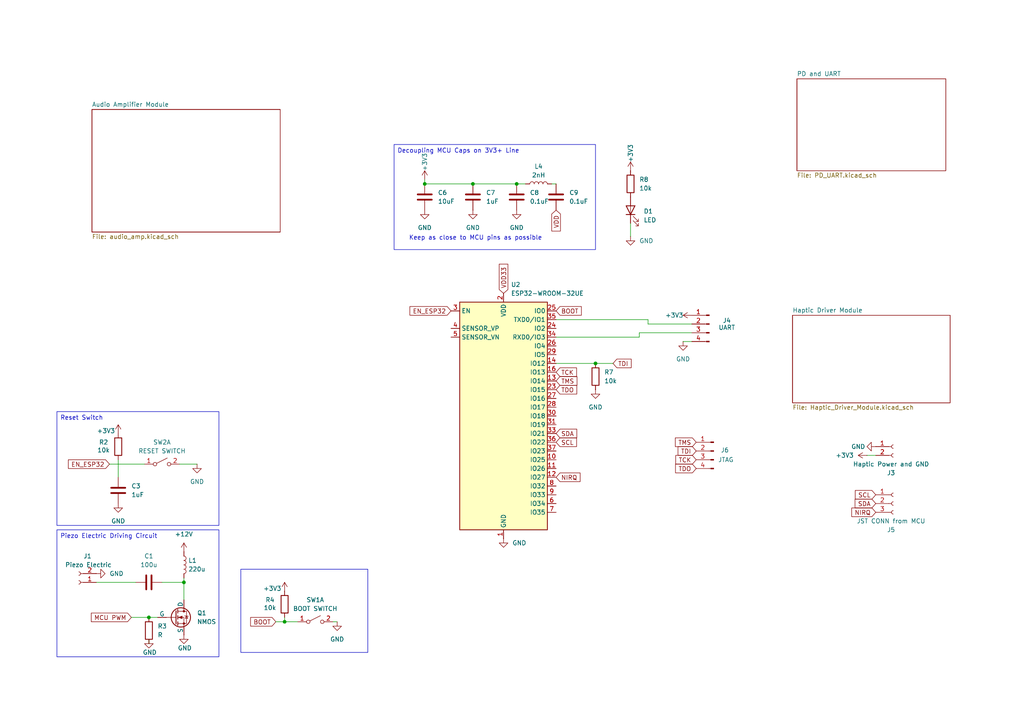
<source format=kicad_sch>
(kicad_sch (version 20250114) (generator "eeschema") (generator_version "9.0")
  (paper "A4")
  (title_block (title "AI Deputy") (date "2025-09-24") (rev "v0.1") (company "Area 42 & Albers-Online Psykologi") (comment 1 "SDU") (comment 2 "Expert In Teams Semester Project"))
  (lib_symbols
    (symbol "Connector:Conn_01x02_Socket" (pin_names (offset 1.016) (hide yes))
      (property "Reference" "J" (at 0 2.54 0))
      (property "Value" "Conn_01x02_Socket" (at 0 -5.08 0))
      (symbol "Conn_01x02_Socket_1_1"
        (polyline (pts (xy -1.27 0) (xy -0.508 0)) (stroke (width 0.1524)))
        (polyline (pts (xy -1.27 -2.54) (xy -0.508 -2.54)) (stroke (width 0.1524)))
        (arc (start 0 -0.508) (mid -0.5058 0) (end 0 0.508) (stroke (width 0.1524)))
        (arc (start 0 -3.048) (mid -0.5058 -2.54) (end 0 -2.032) (stroke (width 0.1524)))
        (pin passive line (at -5.08 0 0) (length 3.81) (name "Pin_1") (number "1"))
        (pin passive line (at -5.08 -2.54 0) (length 3.81) (name "Pin_2") (number "2"))
      )
    )
    (symbol "Connector:Conn_01x03_Socket" (pin_names (offset 1.016) (hide yes))
      (property "Reference" "J" (at 0 5.08 0))
      (property "Value" "Conn_01x03_Socket" (at 0 -5.08 0))
      (symbol "Conn_01x03_Socket_1_1"
        (polyline (pts (xy -1.27 2.54) (xy -0.508 2.54)) (stroke (width 0.1524)))
        (polyline (pts (xy -1.27 0) (xy -0.508 0)) (stroke (width 0.1524)))
        (polyline (pts (xy -1.27 -2.54) (xy -0.508 -2.54)) (stroke (width 0.1524)))
        (arc (start 0 2.032) (mid -0.5058 2.54) (end 0 3.048) (stroke (width 0.1524)))
        (arc (start 0 -0.508) (mid -0.5058 0) (end 0 0.508) (stroke (width 0.1524)))
        (arc (start 0 -3.048) (mid -0.5058 -2.54) (end 0 -2.032) (stroke (width 0.1524)))
        (pin passive line (at -5.08 2.54 0) (length 3.81) (name "Pin_1") (number "1"))
        (pin passive line (at -5.08 0 0) (length 3.81) (name "Pin_2") (number "2"))
        (pin passive line (at -5.08 -2.54 0) (length 3.81) (name "Pin_3") (number "3"))
      )
    )
    (symbol "Connector:Conn_01x04_Pin" (pin_names (offset 1.016) (hide yes))
      (property "Reference" "J" (at 0 5.08 0))
      (property "Value" "Conn_01x04_Pin" (at 0 -7.62 0))
      (symbol "Conn_01x04_Pin_1_1"
        (rectangle (start 0.8636 2.667) (end 0 2.413) (stroke (width 0.1524)) (fill (type outline)))
        (rectangle (start 0.8636 0.127) (end 0 -0.127) (stroke (width 0.1524)) (fill (type outline)))
        (rectangle (start 0.8636 -2.413) (end 0 -2.667) (stroke (width 0.1524)) (fill (type outline)))
        (rectangle (start 0.8636 -4.953) (end 0 -5.207) (stroke (width 0.1524)) (fill (type outline)))
        (polyline (pts (xy 1.27 2.54) (xy 0.8636 2.54)) (stroke (width 0.1524)))
        (polyline (pts (xy 1.27 0) (xy 0.8636 0)) (stroke (width 0.1524)))
        (polyline (pts (xy 1.27 -2.54) (xy 0.8636 -2.54)) (stroke (width 0.1524)))
        (polyline (pts (xy 1.27 -5.08) (xy 0.8636 -5.08)) (stroke (width 0.1524)))
        (pin passive line (at 5.08 2.54 180) (length 3.81) (name "Pin_1") (number "1"))
        (pin passive line (at 5.08 0 180) (length 3.81) (name "Pin_2") (number "2"))
        (pin passive line (at 5.08 -2.54 180) (length 3.81) (name "Pin_3") (number "3"))
        (pin passive line (at 5.08 -5.08 180) (length 3.81) (name "Pin_4") (number "4"))
      )
    )
    (symbol "Device:C" (pin_numbers (hide yes)) (pin_names (offset 0.254))
      (property "Reference" "C" (at 0.635 2.54 0))
      (property "Value" "C" (at 0.635 -2.54 0))
      (symbol "C_0_1"
        (polyline (pts (xy -2.032 0.762) (xy 2.032 0.762)) (stroke (width 0.508)))
        (polyline (pts (xy -2.032 -0.762) (xy 2.032 -0.762)) (stroke (width 0.508)))
      )
      (symbol "C_1_1"
        (pin passive line (at 0 3.81 270) (length 2.794) (name "~") (number "1"))
        (pin passive line (at 0 -3.81 90) (length 2.794) (name "~") (number "2"))
      )
    )
    (symbol "Device:L" (pin_numbers (hide yes)) (pin_names (offset 1.016) (hide yes))
      (property "Reference" "L" (at -1.27 0 90))
      (property "Value" "L" (at 1.905 0 90))
      (symbol "L_0_1"
        (arc (start 0 2.54) (mid 0.6323 1.905) (end 0 1.27))
        (arc (start 0 1.27) (mid 0.6323 0.635) (end 0 0))
        (arc (start 0 0) (mid 0.6323 -0.635) (end 0 -1.27))
        (arc (start 0 -1.27) (mid 0.6323 -1.905) (end 0 -2.54))
      )
      (symbol "L_1_1"
        (pin passive line (at 0 3.81 270) (length 1.27) (name "1") (number "1"))
        (pin passive line (at 0 -3.81 90) (length 1.27) (name "2") (number "2"))
      )
    )
    (symbol "Device:LED" (pin_numbers (hide yes)) (pin_names (offset 1.016) (hide yes))
      (property "Reference" "D" (at 0 2.54 0))
      (property "Value" "LED" (at 0 -2.54 0))
      (symbol "LED_0_1"
        (polyline (pts (xy -3.048 -0.762) (xy -4.572 -2.286) (xy -3.81 -2.286) (xy -4.572 -2.286) (xy -4.572 -1.524)))
        (polyline (pts (xy -1.778 -0.762) (xy -3.302 -2.286) (xy -2.54 -2.286) (xy -3.302 -2.286) (xy -3.302 -1.524)))
        (polyline (pts (xy -1.27 0) (xy 1.27 0)))
        (polyline (pts (xy -1.27 -1.27) (xy -1.27 1.27)) (stroke (width 0.254)))
        (polyline (pts (xy 1.27 -1.27) (xy 1.27 1.27) (xy -1.27 0) (xy 1.27 -1.27)) (stroke (width 0.254)))
      )
      (symbol "LED_1_1"
        (pin passive line (at -3.81 0 0) (length 2.54) (name "K") (number "1"))
        (pin passive line (at 3.81 0 180) (length 2.54) (name "A") (number "2"))
      )
    )
    (symbol "Device:R" (pin_numbers (hide yes)) (pin_names (offset 0))
      (property "Reference" "R" (at 2.032 0 90))
      (property "Value" "R" (at 0 0 90))
      (symbol "R_0_1"
        (rectangle (start -1.016 -2.54) (end 1.016 2.54) (stroke (width 0.254)))
      )
      (symbol "R_1_1"
        (pin passive line (at 0 3.81 270) (length 1.27) (name "~") (number "1"))
        (pin passive line (at 0 -3.81 90) (length 1.27) (name "~") (number "2"))
      )
    )
    (symbol "RF_Module:ESP32-WROOM-32UE"
      (property "Reference" "U" (at -12.7 34.29 0))
      (property "Value" "ESP32-WROOM-32UE" (at 1.27 34.29 0))
      (symbol "ESP32-WROOM-32UE_0_1"
        (rectangle (start -12.7 33.02) (end 12.7 -33.02) (stroke (width 0.254)) (fill (type background)))
      )
      (symbol "ESP32-WROOM-32UE_1_1"
        (pin input line (at -15.24 30.48 0) (length 2.54) (name "EN") (number "3"))
        (pin input line (at -15.24 25.4 0) (length 2.54) (name "SENSOR_VP") (number "4"))
        (pin input line (at -15.24 22.86 0) (length 2.54) (name "SENSOR_VN") (number "5"))
        (pin no_connect line (at -12.7 0 0) (length 2.54) (hide yes) (name "NC") (number "21"))
        (pin no_connect line (at -12.7 -2.54 0) (length 2.54) (hide yes) (name "NC") (number "22"))
        (pin no_connect line (at -12.7 -5.08 0) (length 2.54) (hide yes) (name "NC") (number "17"))
        (pin no_connect line (at -12.7 -7.62 0) (length 2.54) (hide yes) (name "NC") (number "18"))
        (pin no_connect line (at -12.7 -10.16 0) (length 2.54) (hide yes) (name "NC") (number "20"))
        (pin no_connect line (at -12.7 -12.7 0) (length 2.54) (hide yes) (name "NC") (number "19"))
        (pin no_connect line (at -12.7 -27.94 0) (length 2.54) (hide yes) (name "NC") (number "32"))
        (pin power_in line (at 0 35.56 270) (length 2.54) (name "VDD") (number "2"))
        (pin power_in line (at 0 -35.56 90) (length 2.54) (name "GND") (number "1"))
        (pin passive line (at 0 -35.56 90) (length 2.54) (hide yes) (name "GND") (number "15"))
        (pin passive line (at 0 -35.56 90) (length 2.54) (hide yes) (name "GND") (number "38"))
        (pin passive line (at 0 -35.56 90) (length 2.54) (hide yes) (name "GND") (number "39"))
        (pin bidirectional line (at 15.24 30.48 180) (length 2.54) (name "IO0") (number "25"))
        (pin bidirectional line (at 15.24 27.94 180) (length 2.54) (name "TXD0/IO1") (number "35"))
        (pin bidirectional line (at 15.24 25.4 180) (length 2.54) (name "IO2") (number "24"))
        (pin bidirectional line (at 15.24 22.86 180) (length 2.54) (name "RXD0/IO3") (number "34"))
        (pin bidirectional line (at 15.24 20.32 180) (length 2.54) (name "IO4") (number "26"))
        (pin bidirectional line (at 15.24 17.78 180) (length 2.54) (name "IO5") (number "29"))
        (pin bidirectional line (at 15.24 15.24 180) (length 2.54) (name "IO12") (number "14"))
        (pin bidirectional line (at 15.24 12.7 180) (length 2.54) (name "IO13") (number "16"))
        (pin bidirectional line (at 15.24 10.16 180) (length 2.54) (name "IO14") (number "13"))
        (pin bidirectional line (at 15.24 7.62 180) (length 2.54) (name "IO15") (number "23"))
        (pin bidirectional line (at 15.24 5.08 180) (length 2.54) (name "IO16") (number "27"))
        (pin bidirectional line (at 15.24 2.54 180) (length 2.54) (name "IO17") (number "28"))
        (pin bidirectional line (at 15.24 0 180) (length 2.54) (name "IO18") (number "30"))
        (pin bidirectional line (at 15.24 -2.54 180) (length 2.54) (name "IO19") (number "31"))
        (pin bidirectional line (at 15.24 -5.08 180) (length 2.54) (name "IO21") (number "33"))
        (pin bidirectional line (at 15.24 -7.62 180) (length 2.54) (name "IO22") (number "36"))
        (pin bidirectional line (at 15.24 -10.16 180) (length 2.54) (name "IO23") (number "37"))
        (pin bidirectional line (at 15.24 -12.7 180) (length 2.54) (name "IO25") (number "10"))
        (pin bidirectional line (at 15.24 -15.24 180) (length 2.54) (name "IO26") (number "11"))
        (pin bidirectional line (at 15.24 -17.78 180) (length 2.54) (name "IO27") (number "12"))
        (pin bidirectional line (at 15.24 -20.32 180) (length 2.54) (name "IO32") (number "8"))
        (pin bidirectional line (at 15.24 -22.86 180) (length 2.54) (name "IO33") (number "9"))
        (pin input line (at 15.24 -25.4 180) (length 2.54) (name "IO34") (number "6"))
        (pin input line (at 15.24 -27.94 180) (length 2.54) (name "IO35") (number "7"))
      )
    )
    (symbol "Simulation_SPICE:NMOS" (pin_numbers (hide yes)) (pin_names (offset 0))
      (property "Reference" "Q" (at 5.08 1.27 0))
      (property "Value" "NMOS" (at 5.08 -1.27 0))
      (symbol "NMOS_0_1"
        (polyline (pts (xy 0.254 1.905) (xy 0.254 -1.905)) (stroke (width 0.254)))
        (polyline (pts (xy 0.254 0) (xy -2.54 0)))
        (polyline (pts (xy 0.762 2.286) (xy 0.762 1.27)) (stroke (width 0.254)))
        (polyline (pts (xy 0.762 0.508) (xy 0.762 -0.508)) (stroke (width 0.254)))
        (polyline (pts (xy 0.762 -1.27) (xy 0.762 -2.286)) (stroke (width 0.254)))
        (polyline (pts (xy 0.762 -1.778) (xy 3.302 -1.778) (xy 3.302 1.778) (xy 0.762 1.778)))
        (polyline (pts (xy 1.016 0) (xy 2.032 0.381) (xy 2.032 -0.381) (xy 1.016 0)) (fill (type outline)))
        (circle (center 1.651 0) (radius 2.794) (stroke (width 0.254)))
        (polyline (pts (xy 2.54 2.54) (xy 2.54 1.778)))
        (circle (center 2.54 1.778) (radius 0.254) (fill (type outline)))
        (circle (center 2.54 -1.778) (radius 0.254) (fill (type outline)))
        (polyline (pts (xy 2.54 -2.54) (xy 2.54 0) (xy 0.762 0)))
        (polyline (pts (xy 2.794 0.508) (xy 2.921 0.381) (xy 3.683 0.381) (xy 3.81 0.254)))
        (polyline (pts (xy 3.302 0.381) (xy 2.921 -0.254) (xy 3.683 -0.254) (xy 3.302 0.381)))
      )
      (symbol "NMOS_1_1"
        (pin input line (at -5.08 0 0) (length 2.54) (name "G") (number "2"))
        (pin passive line (at 2.54 5.08 270) (length 2.54) (name "D") (number "1"))
        (pin passive line (at 2.54 -5.08 90) (length 2.54) (name "S") (number "3"))
      )
    )
    (symbol "Switch:SW_DPST_x2" (pin_names (offset 0) (hide yes))
      (property "Reference" "SW" (at 0 3.175 0))
      (property "Value" "SW_DPST_x2" (at 0 -2.54 0))
      (symbol "SW_DPST_x2_0_0"
        (circle (center -2.032 0) (radius 0.508))
        (polyline (pts (xy -1.524 0.254) (xy 1.524 1.778)))
        (circle (center 2.032 0) (radius 0.508))
      )
      (symbol "SW_DPST_x2_1_1"
        (pin passive line (at -5.08 0 0) (length 2.54) (name "A") (number "1"))
        (pin passive line (at 5.08 0 180) (length 2.54) (name "B") (number "2"))
      )
      (symbol "SW_DPST_x2_2_1"
        (pin passive line (at -5.08 0 0) (length 2.54) (name "A") (number "3"))
        (pin passive line (at 5.08 0 180) (length 2.54) (name "B") (number "4"))
      )
    )
    (symbol "power:+12V" (power) (pin_numbers (hide yes)) (pin_names (offset 0) (hide yes))
      (property "Value" "+12V" (at 0 3.556 0))
      (symbol "+12V_0_1"
        (polyline (pts (xy -0.762 1.27) (xy 0 2.54)))
        (polyline (pts (xy 0 2.54) (xy 0.762 1.27)))
        (polyline (pts (xy 0 0) (xy 0 2.54)))
      )
      (symbol "+12V_1_1"
        (pin power_in line (at 0 0 90) (length 0) (name "~") (number "1"))
      )
    )
    (symbol "power:+3V3" (power) (pin_numbers (hide yes)) (pin_names (offset 0) (hide yes))
      (property "Value" "+3V3" (at 0 3.556 0))
      (symbol "+3V3_0_1"
        (polyline (pts (xy -0.762 1.27) (xy 0 2.54)))
        (polyline (pts (xy 0 2.54) (xy 0.762 1.27)))
        (polyline (pts (xy 0 0) (xy 0 2.54)))
      )
      (symbol "+3V3_1_1"
        (pin power_in line (at 0 0 90) (length 0) (name "~") (number "1"))
      )
    )
    (symbol "power:GND" (power) (pin_numbers (hide yes)) (pin_names (offset 0) (hide yes))
      (property "Value" "GND" (at 0 -3.81 0))
      (symbol "GND_0_1"
        (polyline (pts (xy 0 0) (xy 0 -1.27) (xy 1.27 -1.27) (xy 0 -2.54) (xy -1.27 -1.27) (xy 0 -1.27)))
      )
      (symbol "GND_1_1"
        (pin power_in line (at 0 0 270) (length 0) (name "~") (number "1"))
      )
    )
  )
  (text "Keep as close to MCU pins as possible\n" (at 137.922 69.088 0) (effects (font (size 1.27 1.27))))
  (text_box "" (at 69.85 165.1 0) (size 36.83 24.13) (margins 0.9525 0.9525 0.9525 0.9525) (effects (font (size 1.27 1.27)) (justify left top)))
  (text_box "Piezo Electric Driving Circuit\n" (at 16.51 153.67 0) (size 46.99 36.83) (margins 0.9525 0.9525 0.9525 0.9525) (effects (font (size 1.27 1.27)) (justify left top)))
  (text_box "Decoupling MCU Caps on 3V3+ Line\n" (at 114.3 41.91 0) (size 58.42 30.48) (margins 0.9525 0.9525 0.9525 0.9525) (effects (font (size 1.27 1.27)) (justify left top)))
  (text_box "Reset Switch" (at 16.51 119.38 0) (size 46.99 33.02) (margins 0.9525 0.9525 0.9525 0.9525) (effects (font (size 1.27 1.27)) (justify left top)))
  (junction (at 123.19 53.34))
  (junction (at 137.16 53.34))
  (junction (at 43.18 179.07))
  (junction (at 53.34 168.91))
  (junction (at 172.72 105.41))
  (junction (at 149.86 53.34))
  (junction (at 82.55 180.34))
  (wire (pts (xy 53.34 168.91) (xy 53.34 173.99)))
  (wire (pts (xy 52.07 134.62) (xy 57.15 134.62)))
  (wire (pts (xy 182.88 68.58) (xy 182.88 64.77)))
  (wire (pts (xy 96.52 180.34) (xy 97.79 180.34)))
  (wire (pts (xy 123.19 52.07) (xy 123.19 53.34)))
  (wire (pts (xy 34.29 133.35) (xy 34.29 138.43)))
  (wire (pts (xy 198.12 99.06) (xy 200.66 99.06)))
  (wire (pts (xy 187.96 92.71) (xy 187.96 93.98)))
  (wire (pts (xy 161.29 92.71) (xy 187.96 92.71)))
  (wire (pts (xy 43.18 179.07) (xy 45.72 179.07)))
  (wire (pts (xy 27.94 168.91) (xy 39.37 168.91)))
  (wire (pts (xy 46.99 168.91) (xy 53.34 168.91)))
  (wire (pts (xy 185.42 96.52) (xy 185.42 97.79)))
  (wire (pts (xy 172.72 105.41) (xy 161.29 105.41)))
  (wire (pts (xy 80.01 180.34) (xy 82.55 180.34)))
  (wire (pts (xy 185.42 96.52) (xy 200.66 96.52)))
  (wire (pts (xy 82.55 179.07) (xy 82.55 180.34)))
  (wire (pts (xy 43.18 185.42) (xy 43.18 186.69)))
  (wire (pts (xy 254 132.08) (xy 251.46 132.08)))
  (wire (pts (xy 31.75 134.62) (xy 41.91 134.62)))
  (wire (pts (xy 200.66 93.98) (xy 187.96 93.98)))
  (wire (pts (xy 149.86 53.34) (xy 152.4 53.34)))
  (wire (pts (xy 177.8 105.41) (xy 172.72 105.41)))
  (wire (pts (xy 137.16 53.34) (xy 149.86 53.34)))
  (wire (pts (xy 82.55 180.34) (xy 86.36 180.34)))
  (wire (pts (xy 161.29 97.79) (xy 185.42 97.79)))
  (wire (pts (xy 38.1 179.07) (xy 43.18 179.07)))
  (wire (pts (xy 160.02 53.34) (xy 161.29 53.34)))
  (wire (pts (xy 53.34 168.91) (xy 53.34 167.64)))
  (wire (pts (xy 123.19 53.34) (xy 137.16 53.34)))
  (global_label "TCK" (shape input) (at 201.93 133.35 180) (property "Intersheetrefs" "${INTERSHEET_REFS}" (effects (hide yes))))
  (global_label "SDA" (shape input) (at 254 146.05 180) (property "Intersheetrefs" "${INTERSHEET_REFS}" (effects (hide yes))))
  (global_label "VDD" (shape input) (at 161.29 60.96 270) (property "Intersheetrefs" "${INTERSHEET_REFS}" (effects (hide yes))))
  (global_label "EN_ESP32" (shape input) (at 130.81 90.17 180) (property "Intersheetrefs" "${INTERSHEET_REFS}" (effects (hide yes))))
  (global_label "TMS" (shape input) (at 201.93 128.27 180) (property "Intersheetrefs" "${INTERSHEET_REFS}" (effects (hide yes))))
  (global_label "SCL" (shape input) (at 161.29 128.27 0) (property "Intersheetrefs" "${INTERSHEET_REFS}" (effects (hide yes))))
  (global_label "TDO" (shape input) (at 161.29 113.03 0) (property "Intersheetrefs" "${INTERSHEET_REFS}" (effects (hide yes))))
  (global_label "MCU PWM" (shape input) (at 38.1 179.07 180) (property "Intersheetrefs" "${INTERSHEET_REFS}" (effects (hide yes))))
  (global_label "VDD33" (shape input) (at 146.05 85.09 90) (property "Intersheetrefs" "${INTERSHEET_REFS}" (effects (hide yes))))
  (global_label "SDA" (shape input) (at 161.29 125.73 0) (property "Intersheetrefs" "${INTERSHEET_REFS}" (effects (hide yes))))
  (global_label "NIRQ" (shape input) (at 161.29 138.43 0) (property "Intersheetrefs" "${INTERSHEET_REFS}" (effects (hide yes))))
  (global_label "TDI" (shape input) (at 177.8 105.41 0) (property "Intersheetrefs" "${INTERSHEET_REFS}" (effects (hide yes))))
  (global_label "BOOT" (shape input) (at 161.29 90.17 0) (property "Intersheetrefs" "${INTERSHEET_REFS}" (effects (hide yes))))
  (global_label "EN_ESP32" (shape input) (at 31.75 134.62 180) (property "Intersheetrefs" "${INTERSHEET_REFS}" (effects (hide yes))))
  (global_label "TDI" (shape input) (at 201.93 130.81 180) (property "Intersheetrefs" "${INTERSHEET_REFS}" (effects (hide yes))))
  (global_label "TDO" (shape input) (at 201.93 135.89 180) (property "Intersheetrefs" "${INTERSHEET_REFS}" (effects (hide yes))))
  (global_label "BOOT" (shape input) (at 80.01 180.34 180) (property "Intersheetrefs" "${INTERSHEET_REFS}" (effects (hide yes))))
  (global_label "NIRQ" (shape input) (at 254 148.59 180) (property "Intersheetrefs" "${INTERSHEET_REFS}" (effects (hide yes))))
  (global_label "TMS" (shape input) (at 161.29 110.49 0) (property "Intersheetrefs" "${INTERSHEET_REFS}" (effects (hide yes))))
  (global_label "SCL" (shape input) (at 254 143.51 180) (property "Intersheetrefs" "${INTERSHEET_REFS}" (effects (hide yes))))
  (global_label "TCK" (shape input) (at 161.29 107.95 0) (property "Intersheetrefs" "${INTERSHEET_REFS}" (effects (hide yes))))
  (symbol (lib_id "Device:R") (at 82.55 175.26 0) (unit 1)
    (property "Reference" "R4" (at 76.962 173.99 0) (effects (justify left)))
    (property "Value" "10k" (at 76.454 176.276 0) (effects (justify left)))
    (property "Description" "Resistor" (effects (hide yes)))
  )
  (symbol (lib_id "power:GND") (at 123.19 60.96 0) (unit 1)
    (property "Reference" "#PWR015" (effects (hide yes)))
    (property "Value" "GND" (at 123.19 66.04 0))
    (property "Description" "Power symbol creates a global label with name \"GND\" , ground" (effects (hide yes)))
  )
  (symbol (lib_id "power:+12V") (at 53.34 160.02 0) (unit 1)
    (property "Reference" "#PWR02" (effects (hide yes)))
    (property "Value" "+12V" (at 53.34 154.94 0))
    (property "Description" "Power symbol creates a global label with name \"+12V\"" (effects (hide yes)))
  )
  (symbol (lib_id "power:+3V3") (at 251.46 132.08 90) (unit 1)
    (property "Reference" "#PWR037" (effects (hide yes)))
    (property "Value" "+3V3" (at 247.65 132.0799 90) (effects (justify left)))
    (property "Description" "Power symbol creates a global label with name \"+3V3\"" (effects (hide yes)))
  )
  (symbol (lib_id "Switch:SW_DPST_x2") (at 46.99 134.62 0) (unit 1)
    (property "Reference" "SW2" (at 46.99 128.27 0))
    (property "Value" "RESET SWITCH" (at 46.99 130.81 0))
    (property "Description" "Single Pole Single Throw (SPST) switch, separate symbol" (effects (hide yes)))
  )
  (symbol (lib_id "power:GND") (at 97.79 180.34 0) (unit 1)
    (property "Reference" "#PWR09" (effects (hide yes)))
    (property "Value" "GND" (at 97.79 185.42 0))
    (property "Description" "Power symbol creates a global label with name \"GND\" , ground" (effects (hide yes)))
  )
  (symbol (lib_id "Connector:Conn_01x02_Socket") (at 259.08 129.54 0) (unit 1)
    (property "Reference" "J3" (at 258.445 137.16 0))
    (property "Value" "Haptic Power and GND" (at 258.445 134.62 0))
    (property "Footprint" "Connector_JST:JST_XH_S2B-XH-A_1x02_P2.50mm_Horizontal" (effects (hide yes)))
    (property "Description" "Generic connector, single row, 01x02, script generated" (effects (hide yes)))
  )
  (symbol (lib_id "Connector:Conn_01x03_Socket") (at 259.08 146.05 0) (unit 1)
    (property "Reference" "J5" (at 258.445 153.67 0))
    (property "Value" "JST CONN from MCU" (at 258.445 151.13 0))
    (property "Footprint" "Connector_JST:JST_XH_S3B-XH-A_1x03_P2.50mm_Horizontal" (effects (hide yes)))
    (property "Description" "Generic connector, single row, 01x03, script generated" (effects (hide yes)))
  )
  (symbol (lib_id "power:GND") (at 57.15 134.62 0) (unit 1)
    (property "Reference" "#PWR012" (effects (hide yes)))
    (property "Value" "GND" (at 57.15 139.7 0))
    (property "Description" "Power symbol creates a global label with name \"GND\" , ground" (effects (hide yes)))
  )
  (symbol (lib_id "RF_Module:ESP32-WROOM-32UE") (at 146.05 120.65 0) (unit 1)
    (property "Reference" "U2" (at 148.1933 82.55 0) (effects (justify left)))
    (property "Value" "ESP32-WROOM-32UE" (at 148.1933 85.09 0) (effects (justify left)))
    (property "Footprint" "RF_Module:ESP32-WROOM-32UE" (effects (hide yes)))
    (property "Datasheet" "https://www.espressif.com/sites/default/files/documentation/esp32-wroom-32e_esp32-wroom-32ue_datasheet_en.pdf" (effects (hide yes)))
    (property "Description" "RF Module, ESP32-D0WD-V3 SoC, without PSRAM, Wi-Fi 802.11b/g/n, Bluetooth, BLE, 32-bit, 2.7-3.6V, external antenna, SMD" (effects (hide yes)))
  )
  (symbol (lib_id "Connector:Conn_01x02_Socket") (at 22.86 168.91 180) (unit 1)
    (property "Reference" "J1" (at 25.4 161.29 0))
    (property "Value" "Piezo Electric" (at 25.654 163.83 0))
    (property "Footprint" "Connector_JST:JST_XH_B1B-XH-AM_1x01_P2.50mm_Vertical" (effects (hide yes)))
    (property "Description" "Generic connector, single row, 01x02, script generated" (effects (hide yes)))
  )
  (symbol (lib_id "Device:R") (at 172.72 109.22 0) (unit 1)
    (property "Reference" "R7" (at 175.26 107.9499 0) (effects (justify left)))
    (property "Value" "10k" (at 175.26 110.4899 0) (effects (justify left)))
    (property "Footprint" "Resistor_SMD:R_0805_2012Metric_Pad1.20x1.40mm_HandSolder" (effects (hide yes)))
    (property "Description" "Resistor" (effects (hide yes)))
  )
  (symbol (lib_id "Device:L") (at 53.34 163.83 0) (unit 1)
    (property "Reference" "L1" (at 54.61 162.5599 0) (effects (justify left)))
    (property "Value" "220u" (at 54.61 165.0999 0) (effects (justify left)))
    (property "Description" "Inductor" (effects (hide yes)))
  )
  (symbol (lib_id "power:GND") (at 137.16 60.96 0) (unit 1)
    (property "Reference" "#PWR017" (effects (hide yes)))
    (property "Value" "GND" (at 137.16 66.04 0))
    (property "Description" "Power symbol creates a global label with name \"GND\" , ground" (effects (hide yes)))
  )
  (symbol (lib_id "power:GND") (at 172.72 113.03 0) (unit 1)
    (property "Reference" "#PWR07" (effects (hide yes)))
    (property "Value" "GND" (at 172.72 118.11 0))
    (property "Description" "Power symbol creates a global label with name \"GND\" , ground" (effects (hide yes)))
  )
  (symbol (lib_id "Device:C") (at 149.86 57.15 0) (unit 1)
    (property "Reference" "C8" (at 153.67 55.8799 0) (effects (justify left)))
    (property "Value" "0.1uF" (at 153.67 58.4199 0) (effects (justify left)))
    (property "Footprint" "Capacitor_SMD:C_0805_2012Metric_Pad1.18x1.45mm_HandSolder" (effects (hide yes)))
    (property "Description" "Unpolarized capacitor" (effects (hide yes)))
  )
  (symbol (lib_id "power:GND") (at 254 129.54 270) (unit 1)
    (property "Reference" "#PWR036" (effects (hide yes)))
    (property "Value" "GND" (at 248.92 129.54 90))
    (property "Description" "Power symbol creates a global label with name \"GND\" , ground" (effects (hide yes)))
  )
  (symbol (lib_id "Device:C") (at 34.29 142.24 0) (unit 1)
    (property "Reference" "C3" (at 38.1 140.9699 0) (effects (justify left)))
    (property "Value" "1uF" (at 38.1 143.5099 0) (effects (justify left)))
    (property "Footprint" "Capacitor_SMD:C_0805_2012Metric_Pad1.18x1.45mm_HandSolder" (effects (hide yes)))
    (property "Description" "Unpolarized capacitor" (effects (hide yes)))
  )
  (symbol (lib_id "Simulation_SPICE:NMOS") (at 50.8 179.07 0) (unit 1)
    (property "Reference" "Q1" (at 57.15 177.7999 0) (effects (justify left)))
    (property "Value" "NMOS" (at 57.15 180.3399 0) (effects (justify left)))
    (property "Datasheet" "https://ngspice.sourceforge.io/docs/ngspice-html-manual/manual.xhtml#cha_MOSFETs" (effects (hide yes)))
    (property "Description" "N-MOSFET transistor, drain/source/gate" (effects (hide yes)))
    (property "Sim.Device" "NMOS" (effects (hide yes)))
    (property "Sim.Type" "VDMOS" (effects (hide yes)))
    (property "Sim.Pins" "1=D 2=G 3=S" (effects (hide yes)))
  )
  (symbol (lib_id "Device:R") (at 34.29 129.54 0) (unit 1)
    (property "Reference" "R2" (at 28.702 128.27 0) (effects (justify left)))
    (property "Value" "10k" (at 28.194 130.556 0) (effects (justify left)))
    (property "Description" "Resistor" (effects (hide yes)))
  )
  (symbol (lib_id "power:GND") (at 27.94 166.37 90) (unit 1)
    (property "Reference" "#PWR01" (effects (hide yes)))
    (property "Value" "GND" (at 31.75 166.3699 90) (effects (justify right)))
    (property "Description" "Power symbol creates a global label with name \"GND\" , ground" (effects (hide yes)))
  )
  (symbol (lib_id "Device:C") (at 137.16 57.15 0) (unit 1)
    (property "Reference" "C7" (at 140.97 55.8799 0) (effects (justify left)))
    (property "Value" "1uF" (at 140.97 58.4199 0) (effects (justify left)))
    (property "Footprint" "Capacitor_SMD:C_0805_2012Metric_Pad1.18x1.45mm_HandSolder" (effects (hide yes)))
    (property "Description" "Unpolarized capacitor" (effects (hide yes)))
  )
  (symbol (lib_id "Device:C") (at 161.29 57.15 0) (unit 1)
    (property "Reference" "C9" (at 165.1 55.8799 0) (effects (justify left)))
    (property "Value" "0.1uF" (at 165.1 58.4199 0) (effects (justify left)))
    (property "Footprint" "Capacitor_SMD:C_0805_2012Metric_Pad1.18x1.45mm_HandSolder" (effects (hide yes)))
    (property "Description" "Unpolarized capacitor" (effects (hide yes)))
  )
  (symbol (lib_id "power:+3V3") (at 182.88 49.53 0) (unit 1)
    (property "Reference" "#PWR039" (effects (hide yes)))
    (property "Value" "+3V3" (at 182.88 44.45 90))
    (property "Description" "Power symbol creates a global label with name \"+3V3\"" (effects (hide yes)))
  )
  (symbol (lib_id "power:GND") (at 53.34 184.15 0) (unit 1)
    (property "Reference" "#PWR03" (effects (hide yes)))
    (property "Value" "GND" (at 53.594 187.96 0))
    (property "Description" "Power symbol creates a global label with name \"GND\" , ground" (effects (hide yes)))
  )
  (symbol (lib_id "Connector:Conn_01x04_Pin") (at 207.01 130.81 0) (mirror y) (unit 1)
    (property "Reference" "J6" (at 209.042 130.556 0) (effects (justify right)))
    (property "Value" "JTAG" (at 208.28 133.3499 0) (effects (justify right)))
    (property "Footprint" "Connector_PinHeader_2.54mm:PinHeader_1x04_P2.54mm_Vertical" (effects (hide yes)))
    (property "Description" "Generic connector, single row, 01x04, script generated" (effects (hide yes)))
  )
  (symbol (lib_id "Device:C") (at 123.19 57.15 0) (unit 1)
    (property "Reference" "C6" (at 127 55.8799 0) (effects (justify left)))
    (property "Value" "10uF" (at 127 58.4199 0) (effects (justify left)))
    (property "Footprint" "Capacitor_SMD:C_0805_2012Metric_Pad1.18x1.45mm_HandSolder" (effects (hide yes)))
    (property "Description" "Unpolarized capacitor" (effects (hide yes)))
  )
  (symbol (lib_id "power:GND") (at 146.05 156.21 0) (unit 1)
    (property "Reference" "#PWR018" (effects (hide yes)))
    (property "Value" "GND" (at 148.59 157.4799 0) (effects (justify left)))
    (property "Description" "Power symbol creates a global label with name \"GND\" , ground" (effects (hide yes)))
  )
  (symbol (lib_id "power:+3V3") (at 34.29 125.73 0) (unit 1)
    (property "Reference" "#PWR011" (effects (hide yes)))
    (property "Value" "+3V3" (at 30.734 124.968 0))
    (property "Description" "Power symbol creates a global label with name \"+3V3\"" (effects (hide yes)))
  )
  (symbol (lib_id "power:+3V3") (at 82.55 171.45 0) (unit 1)
    (property "Reference" "#PWR013" (effects (hide yes)))
    (property "Value" "+3V3" (at 78.994 170.688 0))
    (property "Description" "Power symbol creates a global label with name \"+3V3\"" (effects (hide yes)))
  )
  (symbol (lib_id "Device:R") (at 182.88 53.34 0) (unit 1)
    (property "Reference" "R8" (at 185.42 52.0699 0) (effects (justify left)))
    (property "Value" "10k" (at 185.42 54.6099 0) (effects (justify left)))
    (property "Footprint" "Resistor_SMD:R_0805_2012Metric_Pad1.20x1.40mm_HandSolder" (effects (hide yes)))
    (property "Description" "Resistor" (effects (hide yes)))
  )
  (symbol (lib_id "Device:L") (at 156.21 53.34 90) (unit 1)
    (property "Reference" "L4" (at 156.21 48.26 90))
    (property "Value" "2nH" (at 156.21 50.8 90))
    (property "Description" "Inductor" (effects (hide yes)))
  )
  (symbol (lib_id "power:GND") (at 149.86 60.96 0) (unit 1)
    (property "Reference" "#PWR019" (effects (hide yes)))
    (property "Value" "GND" (at 149.86 66.04 0))
    (property "Description" "Power symbol creates a global label with name \"GND\" , ground" (effects (hide yes)))
  )
  (symbol (lib_id "Device:R") (at 43.18 182.88 0) (unit 1)
    (property "Reference" "R3" (at 45.72 181.6099 0) (effects (justify left)))
    (property "Value" "R" (at 45.72 184.1499 0) (effects (justify left)))
    (property "Footprint" "Resistor_SMD:R_0805_2012Metric_Pad1.20x1.40mm_HandSolder" (effects (hide yes)))
    (property "Description" "Resistor" (effects (hide yes)))
  )
  (symbol (lib_id "power:+3V3") (at 200.66 91.44 90) (unit 1)
    (property "Reference" "#PWR038" (effects (hide yes)))
    (property "Value" "+3V3" (at 195.58 91.44 90))
    (property "Description" "Power symbol creates a global label with name \"+3V3\"" (effects (hide yes)))
  )
  (symbol (lib_id "power:GND") (at 43.18 185.42 0) (unit 1)
    (property "Reference" "#PWR014" (effects (hide yes)))
    (property "Value" "GND" (at 43.434 189.23 0))
    (property "Description" "Power symbol creates a global label with name \"GND\" , ground" (effects (hide yes)))
  )
  (symbol (lib_id "power:GND") (at 198.12 99.06 0) (unit 1)
    (property "Reference" "#PWR06" (effects (hide yes)))
    (property "Value" "GND" (at 198.12 104.14 0))
    (property "Description" "Power symbol creates a global label with name \"GND\" , ground" (effects (hide yes)))
  )
  (symbol (lib_id "power:GND") (at 182.88 68.58 0) (unit 1)
    (property "Reference" "#PWR040" (effects (hide yes)))
    (property "Value" "GND" (at 185.42 69.8499 0) (effects (justify left)))
    (property "Description" "Power symbol creates a global label with name \"GND\" , ground" (effects (hide yes)))
  )
  (symbol (lib_id "Switch:SW_DPST_x2") (at 91.44 180.34 0) (unit 1)
    (property "Reference" "SW1" (at 91.44 173.99 0))
    (property "Value" "BOOT SWITCH" (at 91.44 176.53 0))
    (property "Description" "Single Pole Single Throw (SPST) switch, separate symbol" (effects (hide yes)))
  )
  (symbol (lib_id "power:+3V3") (at 123.19 52.07 0) (unit 1)
    (property "Reference" "#PWR016" (effects (hide yes)))
    (property "Value" "+3V3" (at 123.19 46.99 90))
    (property "Description" "Power symbol creates a global label with name \"+3V3\"" (effects (hide yes)))
  )
  (symbol (lib_id "Device:LED") (at 182.88 60.96 90) (unit 1)
    (property "Reference" "D1" (at 186.69 61.2774 90) (effects (justify right)))
    (property "Value" "LED" (at 186.69 63.8174 90) (effects (justify right)))
    (property "Footprint" "LED_SMD:LED_0805_2012Metric_Pad1.15x1.40mm_HandSolder" (effects (hide yes)))
    (property "Description" "Light emitting diode" (effects (hide yes)))
    (property "Sim.Pins" "1=K 2=A" (effects (hide yes)))
  )
  (symbol (lib_id "Connector:Conn_01x04_Pin") (at 205.74 93.98 0) (mirror y) (unit 1)
    (property "Reference" "J4" (at 210.82 92.964 0))
    (property "Value" "UART" (at 210.82 94.996 0))
    (property "Footprint" "Connector_PinHeader_2.54mm:PinHeader_1x04_P2.54mm_Vertical" (effects (hide yes)))
    (property "Description" "Generic connector, single row, 01x04, script generated" (effects (hide yes)))
  )
  (symbol (lib_id "power:GND") (at 34.29 146.05 0) (unit 1)
    (property "Reference" "#PWR010" (effects (hide yes)))
    (property "Value" "GND" (at 34.29 151.13 0))
    (property "Description" "Power symbol creates a global label with name \"GND\" , ground" (effects (hide yes)))
  )
  (symbol (lib_id "Device:C") (at 43.18 168.91 90) (unit 1)
    (property "Reference" "C1" (at 43.18 161.29 90))
    (property "Value" "100u" (at 43.18 163.83 90))
    (property "Footprint" "Capacitor_SMD:C_0805_2012Metric_Pad1.18x1.45mm_HandSolder" (effects (hide yes)))
    (property "Description" "Unpolarized capacitor" (effects (hide yes)))
  )
  (sheet (at 26.67 31.75) (size 54.61 35.56) (stroke (width 0.1524))
    (property "Sheetname" "Audio Amplifier Module" (at 26.67 31.0384 0) (effects (justify left bottom)))
    (property "Sheetfile" "audio_amp.kicad_sch" (at 26.67 67.8946 0) (effects (justify left top)))
  )
  (sheet (at 231.14 22.86) (size 43.18 26.67) (stroke (width 0.1524))
    (property "Sheetname" "PD and UART" (at 231.14 22.1484 0) (effects (justify left bottom)))
    (property "Sheetfile" "PD_UART.kicad_sch" (at 231.14 50.1146 0) (effects (justify left top)))
  )
  (sheet (at 229.87 91.44) (size 45.72 25.4) (stroke (width 0.1524))
    (property "Sheetname" "Haptic Driver Module" (at 229.87 90.7284 0) (effects (justify left bottom)))
    (property "Sheetfile" "Haptic_Driver_Module.kicad_sch" (at 229.87 117.4246 0) (effects (justify left top)))
  )
)
</source>
